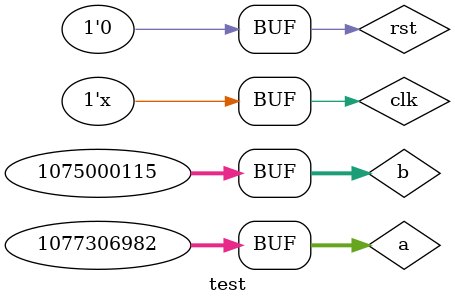
<source format=v>
module test();
reg clk, rst;
    reg [31:0] a, b;
    wire [31:0] out;
    wire done;
    
    // Instantiate the convolution module
   IEEE #(3,2) a1(clk,rst,a,b,out,done);
    
  
    always #5 clk = ~clk; 
    
    initial begin
    
        clk = 0;
        rst = 1;
        #100;
        
        
        
        rst = 0; 
        
        #3 a = 32'h3F99999A; b=32'h3F000000;
        #20 a = 32'hC0200000; b = 32'hBFF19999;
        #20 a = 32'h4059999A;
        #40 a=32'hBF4CCCCD; b = 32'hBF666666;
        #20 a = 32'h40066666;b = 32'h40133333;
        #20 a = 32'hC0733333; 
        #40 a=32'h3F19999A; 
        #20 a=32'hBFA66666; 
        #20 a=32'h40366666;
      
     end 
       
endmodule

</source>
